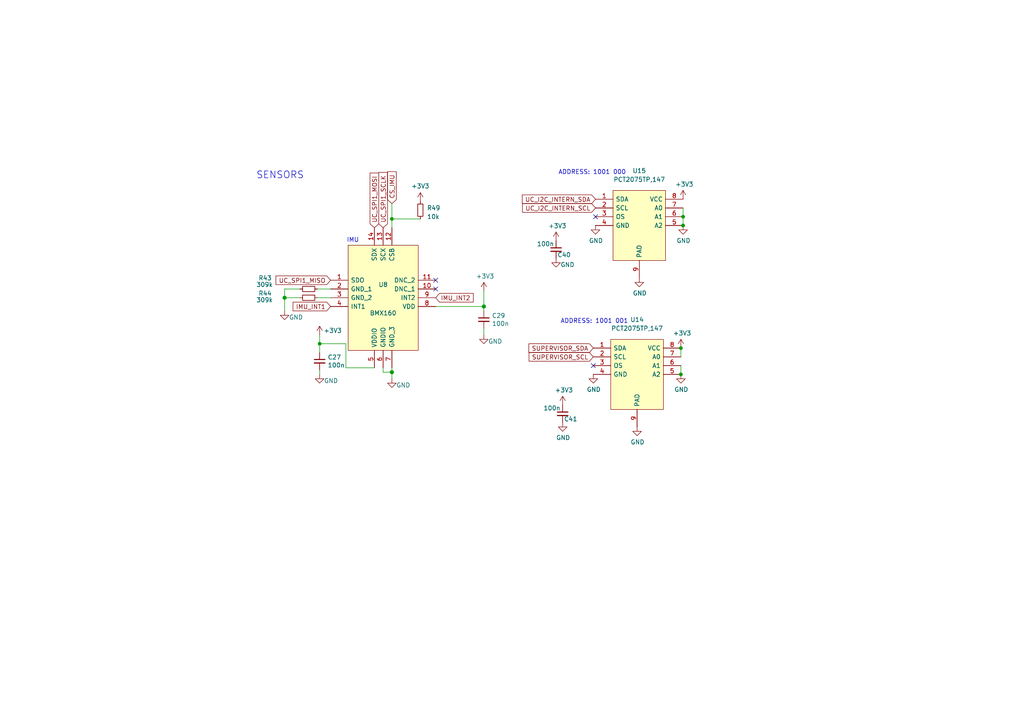
<source format=kicad_sch>
(kicad_sch (version 20211123) (generator eeschema)
  (paper "A4")
  (lib_symbols
    (symbol "Device:C_Small" (pin_numbers hide) (pin_names (offset 0.254) hide)
      (property "Reference" "C" (at 0.254 1.778 0))
      (property "Value" "C_Small" (at 0.254 -2.032 0))
      (symbol "C_Small_0_1"
        (polyline (pts (xy -1.524 -0.508) (xy 1.524 -0.508)) (stroke (width 0.3302)))
        (polyline (pts (xy -1.524 0.508) (xy 1.524 0.508)) (stroke (width 0.3048)))
      )
      (symbol "C_Small_1_1"
        (pin passive line (at 0 2.54 270) (length 2.032) (name "~") (number "1"))
        (pin passive line (at 0 -2.54 90) (length 2.032) (name "~") (number "2"))
      )
    )
    (symbol "Device:R_Small" (pin_numbers hide) (pin_names (offset 0.254) hide)
      (property "Reference" "R" (at 0.762 0.508 0))
      (property "Value" "R_Small" (at 0.762 -1.016 0))
      (symbol "R_Small_0_1"
        (rectangle (start -0.762 1.778) (end 0.762 -1.778) (stroke (width 0.2032)))
      )
      (symbol "R_Small_1_1"
        (pin passive line (at 0 2.54 270) (length 0.762) (name "~") (number "1"))
        (pin passive line (at 0 -2.54 90) (length 0.762) (name "~") (number "2"))
      )
    )
    (symbol "PCT2075TP,147_1" (pin_names (offset 0.762))
      (property "Reference" "U2" (at 12.7 8.255 0))
      (property "Value" "PCT2075TP,147_1" (at 12.7 5.715 0))
      (symbol "PCT2075TP,147_1_0_0"
        (pin passive line (at 0 0 0) (length 5.08) (name "SDA") (number "1"))
        (pin passive line (at 0 -2.54 0) (length 5.08) (name "SCL") (number "2"))
        (pin passive line (at 0 -5.08 0) (length 5.08) (name "OS") (number "3"))
        (pin passive line (at 0 -7.62 0) (length 5.08) (name "GND") (number "4"))
        (pin passive line (at 25.4 -7.62 180) (length 5.08) (name "A2") (number "5"))
        (pin passive line (at 25.4 -5.08 180) (length 5.08) (name "A1") (number "6"))
        (pin passive line (at 25.4 -2.54 180) (length 5.08) (name "A0") (number "7"))
        (pin passive line (at 25.4 0 180) (length 5.08) (name "VCC") (number "8"))
        (pin passive line (at 12.7 -22.86 90) (length 5.08) (name "PAD") (number "9"))
      )
      (symbol "PCT2075TP,147_1_0_1"
        (polyline (pts (xy 5.08 2.54) (xy 20.32 2.54) (xy 20.32 -17.78) (xy 5.08 -17.78) (xy 5.08 2.54)) (stroke (width 0.1524)) (fill (type background)))
      )
    )
    (symbol "SamacSys_Parts3:BMX160" (pin_names (offset 0.762))
      (property "Reference" "IC?" (at 15.24 19.685 0))
      (property "Value" "BMX160" (at 15.24 17.145 0))
      (symbol "BMX160_0_0"
        (pin passive line (at 0 0 0) (length 5.08) (name "SDO") (number "1"))
        (pin passive line (at 30.48 -2.54 180) (length 5.08) (name "DNC_1") (number "10"))
        (pin passive line (at 30.48 0 180) (length 5.08) (name "DNC_2") (number "11"))
        (pin passive line (at 17.78 15.24 270) (length 5.08) (name "CSB") (number "12"))
        (pin passive line (at 15.24 15.24 270) (length 5.08) (name "SCX") (number "13"))
        (pin passive line (at 12.7 15.24 270) (length 5.08) (name "SDX") (number "14"))
        (pin passive line (at 0 -2.54 0) (length 5.08) (name "GND_1") (number "2"))
        (pin passive line (at 0 -5.08 0) (length 5.08) (name "GND_2") (number "3"))
        (pin passive line (at 0 -7.62 0) (length 5.08) (name "INT1") (number "4"))
        (pin passive line (at 12.7 -25.4 90) (length 5.08) (name "VDDIO") (number "5"))
        (pin passive line (at 15.24 -25.4 90) (length 5.08) (name "GNDIO") (number "6"))
        (pin passive line (at 17.78 -25.4 90) (length 5.08) (name "GND_3") (number "7"))
        (pin passive line (at 30.48 -7.62 180) (length 5.08) (name "VDD") (number "8"))
        (pin passive line (at 30.48 -5.08 180) (length 5.08) (name "INT2") (number "9"))
      )
      (symbol "BMX160_0_1"
        (polyline (pts (xy 5.08 10.16) (xy 25.4 10.16) (xy 25.4 -20.32) (xy 5.08 -20.32) (xy 5.08 10.16)) (stroke (width 0.1524)) (fill (type background)))
      )
    )
    (symbol "downloaded_parts:PCT2075TP,147" (pin_names (offset 0.762))
      (property "Reference" "U1" (at 12.7 7.62 0))
      (property "Value" "PCT2075TP,147" (at 12.7 5.08 0))
      (symbol "PCT2075TP,147_0_0"
        (pin passive line (at 0 0 0) (length 5.08) (name "SDA") (number "1"))
        (pin passive line (at 0 -2.54 0) (length 5.08) (name "SCL") (number "2"))
        (pin passive line (at 0 -5.08 0) (length 5.08) (name "OS") (number "3"))
        (pin passive line (at 0 -7.62 0) (length 5.08) (name "GND") (number "4"))
        (pin passive line (at 25.4 -7.62 180) (length 5.08) (name "A2") (number "5"))
        (pin passive line (at 25.4 -5.08 180) (length 5.08) (name "A1") (number "6"))
        (pin passive line (at 25.4 -2.54 180) (length 5.08) (name "A0") (number "7"))
        (pin passive line (at 25.4 0 180) (length 5.08) (name "VCC") (number "8"))
        (pin passive line (at 12.7 -22.86 90) (length 5.08) (name "PAD") (number "9"))
      )
      (symbol "PCT2075TP,147_0_1"
        (polyline (pts (xy 5.08 2.54) (xy 20.32 2.54) (xy 20.32 -17.78) (xy 5.08 -17.78) (xy 5.08 2.54)) (stroke (width 0.1524)) (fill (type background)))
      )
    )
    (symbol "power:+3.3V" (power) (pin_names (offset 0))
      (property "Value" "+3.3V" (at 0 3.556 0))
      (symbol "+3.3V_0_1"
        (polyline (pts (xy -0.762 1.27) (xy 0 2.54)))
        (polyline (pts (xy 0 0) (xy 0 2.54)))
        (polyline (pts (xy 0 2.54) (xy 0.762 1.27)))
      )
      (symbol "+3.3V_1_1"
        (pin power_in line (at 0 0 90) (length 0) hide (name "+3V3") (number "1"))
      )
    )
    (symbol "power:+3V3" (power) (pin_names (offset 0))
      (property "Value" "+3V3" (at 0 3.556 0))
      (symbol "+3V3_0_1"
        (polyline (pts (xy -0.762 1.27) (xy 0 2.54)))
        (polyline (pts (xy 0 0) (xy 0 2.54)))
        (polyline (pts (xy 0 2.54) (xy 0.762 1.27)))
      )
      (symbol "+3V3_1_1"
        (pin power_in line (at 0 0 90) (length 0) hide (name "+3V3") (number "1"))
      )
    )
    (symbol "power:GND" (power) (pin_names (offset 0))
      (property "Value" "GND" (at 0 -3.81 0))
      (symbol "GND_0_1"
        (polyline (pts (xy 0 0) (xy 0 -1.27) (xy 1.27 -1.27) (xy 0 -2.54) (xy -1.27 -1.27) (xy 0 -1.27)))
      )
      (symbol "GND_1_1"
        (pin power_in line (at 0 0 270) (length 0) hide (name "GND") (number "1"))
      )
    )
  )
  (junction (at 198.12 62.865))
  (junction (at 113.665 63.5))
  (junction (at 197.485 108.585))
  (junction (at 140.335 88.9) (diameter 1.016))
  (junction (at 113.665 107.95) (diameter 1.016))
  (junction (at 197.485 100.965))
  (junction (at 92.71 99.695) (diameter 0.9144))
  (junction (at 198.12 65.405))
  (junction (at 82.55 86.36) (diameter 1.016))
  (no_connect (at 126.365 83.82))
  (no_connect (at 172.72 62.865))
  (no_connect (at 172.085 106.045))
  (no_connect (at 126.365 81.28))
  (wire (pts (xy 198.12 60.325) (xy 198.12 62.865)))
  (wire (pts (xy 113.665 59.055) (xy 113.665 63.5)))
  (wire (pts (xy 140.335 84.455) (xy 140.335 88.9)))
  (wire (pts (xy 92.71 97.155) (xy 92.71 99.695)))
  (wire (pts (xy 100.33 106.68) (xy 100.33 99.695)))
  (wire (pts (xy 197.485 106.045) (xy 197.485 108.585)))
  (wire (pts (xy 140.335 95.25) (xy 140.335 97.155)))
  (wire (pts (xy 92.71 99.695) (xy 92.71 102.235)))
  (wire (pts (xy 113.665 63.5) (xy 121.92 63.5)))
  (wire (pts (xy 113.665 107.95) (xy 113.665 109.855)))
  (wire (pts (xy 140.335 88.9) (xy 140.335 90.17)))
  (wire (pts (xy 82.55 86.36) (xy 82.55 90.17)))
  (wire (pts (xy 95.885 83.82) (xy 92.075 83.82)))
  (wire (pts (xy 100.33 99.695) (xy 92.71 99.695)))
  (wire (pts (xy 126.365 88.9) (xy 140.335 88.9)))
  (wire (pts (xy 108.585 106.68) (xy 100.33 106.68)))
  (wire (pts (xy 197.485 100.965) (xy 197.485 103.505)))
  (wire (pts (xy 95.885 86.36) (xy 92.075 86.36)))
  (wire (pts (xy 111.125 107.95) (xy 113.665 107.95)))
  (wire (pts (xy 111.125 106.68) (xy 111.125 107.95)))
  (wire (pts (xy 113.665 63.5) (xy 113.665 66.04)))
  (wire (pts (xy 92.71 107.315) (xy 92.71 108.585)))
  (wire (pts (xy 86.995 83.82) (xy 82.55 83.82)))
  (wire (pts (xy 198.12 62.865) (xy 198.12 65.405)))
  (wire (pts (xy 113.665 106.68) (xy 113.665 107.95)))
  (wire (pts (xy 82.55 83.82) (xy 82.55 86.36)))
  (wire (pts (xy 86.995 86.36) (xy 82.55 86.36)))
  (text "SENSORS" (at 74.295 52.07 0) (effects (font (size 2 2)) (justify left bottom)))
  (text "ADDRESS: 1001 001" (at 162.56 93.98 0) (effects (font (size 1.27 1.27)) (justify left bottom)))
  (text "IMU" (at 104.14 70.485 180) (effects (font (size 1.27 1.27)) (justify right bottom)))
  (text "ADDRESS: 1001 000" (at 161.925 50.8 0) (effects (font (size 1.27 1.27)) (justify left bottom)))
  (global_label "CS_IMU" (shape input) (at 113.665 59.055 90) (property "Intersheet References" "${INTERSHEET_REFS}" (effects hide)))
  (global_label "IMU_INT2" (shape input) (at 126.365 86.36 0) (property "Intersheet References" "${INTERSHEET_REFS}" (effects hide)))
  (global_label "SUPERVISOR_SCL" (shape input) (at 172.085 103.505 180) (property "Intersheet References" "${INTERSHEET_REFS}" (effects hide)))
  (global_label "IMU_INT1" (shape input) (at 95.885 88.9 180) (property "Intersheet References" "${INTERSHEET_REFS}" (effects hide)))
  (global_label "SUPERVISOR_SDA" (shape input) (at 172.085 100.965 180) (property "Intersheet References" "${INTERSHEET_REFS}" (effects hide)))
  (global_label "UC_SPI1_MOSI" (shape input) (at 108.585 66.04 90) (property "Intersheet References" "${INTERSHEET_REFS}" (effects hide)))
  (global_label "UC_SPI1_MISO" (shape input) (at 95.885 81.28 180) (property "Intersheet References" "${INTERSHEET_REFS}" (effects hide)))
  (global_label "UC_SPI1_SCLK" (shape input) (at 111.125 66.04 90) (property "Intersheet References" "${INTERSHEET_REFS}" (effects hide)))
  (global_label "UC_I2C_INTERN_SCL" (shape input) (at 172.72 60.325 180) (property "Intersheet References" "${INTERSHEET_REFS}" (effects hide)))
  (global_label "UC_I2C_INTERN_SDA" (shape input) (at 172.72 57.785 180) (property "Intersheet References" "${INTERSHEET_REFS}" (effects hide)))
  (symbol (lib_id "power:GND") (at 197.485 108.585 0) (unit 1)
    (property "Reference" "#PWR0113" (effects hide))
    (property "Value" "GND" (at 197.612 112.9792 0))
  )
  (symbol (lib_id "power:GND") (at 113.665 109.855 0) (unit 1)
    (property "Reference" "#PWR070" (effects hide))
    (property "Value" "GND" (at 116.967 111.7092 0))
  )
  (symbol (lib_id "downloaded_parts:PCT2075TP,147") (at 172.72 57.785 0) (unit 1)
    (property "Reference" "U15" (at 185.42 49.53 0))
    (property "Value" "PCT2075TP,147" (at 185.42 52.07 0))
    (property "Footprint" "downloaded_parts:SON50P300X200X80-9N" (effects hide))
    (property "Datasheet" "http://www.nxp.com/docs/en/data-sheet/PCT2075.pdf" (effects hide))
    (property "Description" "NXP - PCT2075TP,147 - Temperature Sensor IC, Digital, +/- 2C, -55 C, 125 C, SON, 8 Pins" (effects hide))
    (property "Height" "0.8" (effects hide))
    (property "Mouser Part Number" "771-PCT2075TP147" (effects hide))
    (property "Mouser Price/Stock" "https://www.mouser.co.uk/ProductDetail/NXP-Semiconductors/PCT2075TP147?qs=8kBc1%252BPe71eEyKWf3YBaGA%3D%3D" (effects hide))
    (property "Manufacturer_Name" "NXP" (effects hide))
    (property "Manufacturer_Part_Number" "PCT2075TP,147" (effects hide))
  )
  (symbol (lib_id "power:GND") (at 185.42 80.645 0) (unit 1)
    (property "Reference" "#PWR0106" (effects hide))
    (property "Value" "GND" (at 185.547 85.0392 0))
  )
  (symbol (lib_id "Device:C_Small") (at 92.71 104.775 0) (unit 1)
    (property "Reference" "C27" (at 95.0342 103.6256 0) (effects (justify left)))
    (property "Value" "100n" (at 95.034 105.924 0) (effects (justify left)))
    (property "Footprint" "Capacitor_SMD:C_0603_1608Metric" (effects hide))
  )
  (symbol (lib_id "power:GND") (at 82.55 90.17 0) (unit 1)
    (property "Reference" "#PWR057" (effects hide))
    (property "Value" "GND" (at 85.852 92.0242 0))
  )
  (symbol (lib_id "power:+3V3") (at 161.29 69.85 0) (unit 1)
    (property "Reference" "#PWR098" (effects hide))
    (property "Value" "+3V3" (at 161.6583 65.5256 0))
  )
  (symbol (lib_id "power:GND") (at 198.12 65.405 0) (unit 1)
    (property "Reference" "#PWR0115" (effects hide))
    (property "Value" "GND" (at 198.247 69.7992 0))
  )
  (symbol (lib_id "power:GND") (at 140.335 97.155 0) (unit 1)
    (property "Reference" "#PWR083" (effects hide))
    (property "Value" "GND" (at 143.637 99.0092 0))
  )
  (symbol (lib_id "Device:C_Small") (at 161.29 72.39 0) (unit 1)
    (property "Reference" "C40" (at 161.671 73.9139 0) (effects (justify left)))
    (property "Value" "100n" (at 155.702 70.7389 0) (effects (justify left)))
    (property "Footprint" "Capacitor_SMD:C_0603_1608Metric" (effects hide))
  )
  (symbol (lib_id "Device:R_Small") (at 121.92 60.96 0) (unit 1)
    (property "Reference" "R49" (at 123.825 60.3249 0) (effects (justify left)))
    (property "Value" "10k" (at 123.825 62.8649 0) (effects (justify left)))
    (property "Footprint" "Resistor_SMD:R_0603_1608Metric" (effects hide))
  )
  (symbol (lib_id "Device:R_Small") (at 89.535 83.82 270) (unit 1)
    (property "Reference" "R43" (at 74.93 80.645 90) (effects (justify left)))
    (property "Value" "309k" (at 74.295 82.55 90) (effects (justify left)))
    (property "Footprint" "Resistor_SMD:R_0603_1608Metric" (effects hide))
  )
  (symbol (lib_id "power:GND") (at 163.195 122.555 0) (unit 1)
    (property "Reference" "#PWR0101" (effects hide))
    (property "Value" "GND" (at 163.322 126.9492 0))
  )
  (symbol (lib_id "power:+3V3") (at 92.71 97.155 0) (unit 1)
    (property "Reference" "#PWR063" (effects hide))
    (property "Value" "+3V3" (at 96.52 95.885 0))
  )
  (symbol (lib_id "power:GND") (at 161.29 74.93 0) (unit 1)
    (property "Reference" "#PWR099" (effects hide))
    (property "Value" "GND" (at 164.592 76.7842 0))
  )
  (symbol (lib_name "PCT2075TP,147_1") (lib_id "downloaded_parts:PCT2075TP,147") (at 172.085 100.965 0) (unit 1)
    (property "Reference" "U14" (at 184.785 92.71 0))
    (property "Value" "PCT2075TP,147" (at 184.785 95.25 0))
    (property "Footprint" "downloaded_parts:SON50P300X200X80-9N" (effects hide))
    (property "Datasheet" "http://www.nxp.com/docs/en/data-sheet/PCT2075.pdf" (effects hide))
    (property "Description" "NXP - PCT2075TP,147 - Temperature Sensor IC, Digital, +/- 2C, -55 C, 125 C, SON, 8 Pins" (effects hide))
    (property "Height" "0.8" (effects hide))
    (property "Mouser Part Number" "771-PCT2075TP147" (effects hide))
    (property "Mouser Price/Stock" "https://www.mouser.co.uk/ProductDetail/NXP-Semiconductors/PCT2075TP147?qs=8kBc1%252BPe71eEyKWf3YBaGA%3D%3D" (effects hide))
    (property "Manufacturer_Name" "NXP" (effects hide))
    (property "Manufacturer_Part_Number" "PCT2075TP,147" (effects hide))
  )
  (symbol (lib_id "power:GND") (at 172.72 65.405 0) (unit 1)
    (property "Reference" "#PWR0103" (effects hide))
    (property "Value" "GND" (at 172.847 69.7992 0))
  )
  (symbol (lib_id "Device:R_Small") (at 89.535 86.36 270) (unit 1)
    (property "Reference" "R44" (at 74.93 85.09 90) (effects (justify left)))
    (property "Value" "309k" (at 74.295 86.995 90) (effects (justify left)))
    (property "Footprint" "Resistor_SMD:R_0603_1608Metric" (effects hide))
  )
  (symbol (lib_id "power:GND") (at 92.71 108.585 0) (unit 1)
    (property "Reference" "#PWR064" (effects hide))
    (property "Value" "GND" (at 96.012 110.4392 0))
  )
  (symbol (lib_id "Device:C_Small") (at 140.335 92.71 0) (unit 1)
    (property "Reference" "C29" (at 142.6592 91.5606 0) (effects (justify left)))
    (property "Value" "100n" (at 142.659 93.859 0) (effects (justify left)))
    (property "Footprint" "Capacitor_SMD:C_0603_1608Metric" (effects hide))
  )
  (symbol (lib_id "Device:C_Small") (at 163.195 120.015 0) (unit 1)
    (property "Reference" "C41" (at 163.576 121.5389 0) (effects (justify left)))
    (property "Value" "100n" (at 157.607 118.3639 0) (effects (justify left)))
    (property "Footprint" "Capacitor_SMD:C_0603_1608Metric" (effects hide))
  )
  (symbol (lib_id "SamacSys_Parts3:BMX160") (at 95.885 81.28 0) (unit 1)
    (property "Reference" "U8" (at 111.125 82.55 0))
    (property "Value" "BMX160" (at 111.125 90.805 0))
    (property "Footprint" "downloaded_parts:PQFN50P300X250X88-14N" (effects hide))
    (property "Description" "IMUs - Inertial Measurement Units 9-axis (9DOF) Absolute Orientation MEMS Sensor" (effects hide))
    (property "Height" "0.88" (effects hide))
    (property "Mouser Part Number" "262-BMX160" (effects hide))
    (property "Mouser Price/Stock" "https://www.mouser.co.uk/ProductDetail/Bosch-Sensortec/BMX160?qs=w%2Fv1CP2dgqoayZdn49CsrA%3D%3D" (effects hide))
    (property "Manufacturer_Name" "Bosch Sensortec" (effects hide))
    (property "Manufacturer_Part_Number" "BMX160" (effects hide))
  )
  (symbol (lib_id "power:+3.3V") (at 121.92 58.42 0) (unit 1)
    (property "Reference" "#PWR075" (effects hide))
    (property "Value" "+3.3V" (at 121.92 53.975 0))
  )
  (symbol (lib_id "power:GND") (at 184.785 123.825 0) (unit 1)
    (property "Reference" "#PWR0105" (effects hide))
    (property "Value" "GND" (at 184.912 128.2192 0))
  )
  (symbol (lib_id "power:+3V3") (at 140.335 84.455 0) (unit 1)
    (property "Reference" "#PWR082" (effects hide))
    (property "Value" "+3V3" (at 140.7033 80.1306 0))
  )
  (symbol (lib_id "power:+3V3") (at 163.195 117.475 0) (unit 1)
    (property "Reference" "#PWR0100" (effects hide))
    (property "Value" "+3V3" (at 163.5633 113.1506 0))
  )
  (symbol (lib_id "power:+3V3") (at 197.485 100.965 0) (unit 1)
    (property "Reference" "#PWR0112" (effects hide))
    (property "Value" "+3V3" (at 197.8533 96.6406 0))
  )
  (symbol (lib_id "power:GND") (at 172.085 108.585 0) (unit 1)
    (property "Reference" "#PWR0102" (effects hide))
    (property "Value" "GND" (at 172.212 112.9792 0))
  )
  (symbol (lib_id "power:+3V3") (at 198.12 57.785 0) (unit 1)
    (property "Reference" "#PWR0114" (effects hide))
    (property "Value" "+3V3" (at 198.4883 53.4606 0))
  )
)
</source>
